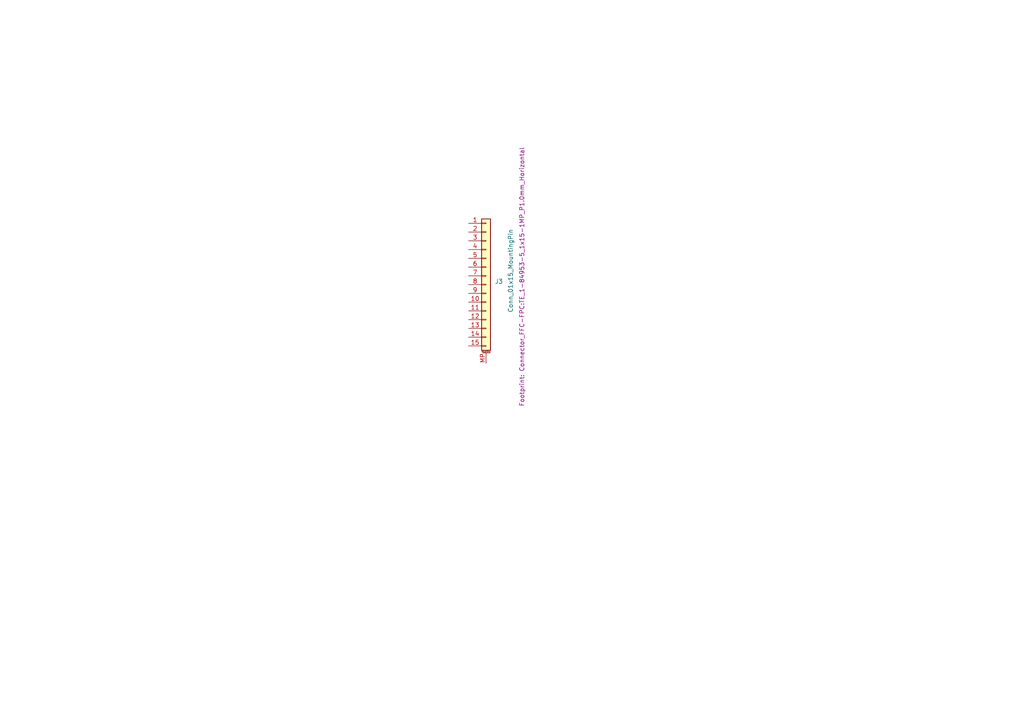
<source format=kicad_sch>
(kicad_sch
	(version 20231120)
	(generator "eeschema")
	(generator_version "8.0")
	(uuid "e0d8c9f5-81c3-45f1-84cb-14c09c4be06b")
	(paper "A4")
	(lib_symbols
		(symbol "Connector_Generic_MountingPin:Conn_01x15_MountingPin"
			(pin_names
				(offset 1.016) hide)
			(exclude_from_sim no)
			(in_bom yes)
			(on_board yes)
			(property "Reference" "J"
				(at 0 20.32 0)
				(effects
					(font
						(size 1.27 1.27)
					)
				)
			)
			(property "Value" "Conn_01x15_MountingPin"
				(at 1.27 -20.32 0)
				(effects
					(font
						(size 1.27 1.27)
					)
					(justify left)
				)
			)
			(property "Footprint" ""
				(at 0 0 0)
				(effects
					(font
						(size 1.27 1.27)
					)
					(hide yes)
				)
			)
			(property "Datasheet" "~"
				(at 0 0 0)
				(effects
					(font
						(size 1.27 1.27)
					)
					(hide yes)
				)
			)
			(property "Description" "Generic connectable mounting pin connector, single row, 01x15, script generated (kicad-library-utils/schlib/autogen/connector/)"
				(at 0 0 0)
				(effects
					(font
						(size 1.27 1.27)
					)
					(hide yes)
				)
			)
			(property "ki_keywords" "connector"
				(at 0 0 0)
				(effects
					(font
						(size 1.27 1.27)
					)
					(hide yes)
				)
			)
			(property "ki_fp_filters" "Connector*:*_1x??-1MP*"
				(at 0 0 0)
				(effects
					(font
						(size 1.27 1.27)
					)
					(hide yes)
				)
			)
			(symbol "Conn_01x15_MountingPin_1_1"
				(rectangle
					(start -1.27 -17.653)
					(end 0 -17.907)
					(stroke
						(width 0.1524)
						(type default)
					)
					(fill
						(type none)
					)
				)
				(rectangle
					(start -1.27 -15.113)
					(end 0 -15.367)
					(stroke
						(width 0.1524)
						(type default)
					)
					(fill
						(type none)
					)
				)
				(rectangle
					(start -1.27 -12.573)
					(end 0 -12.827)
					(stroke
						(width 0.1524)
						(type default)
					)
					(fill
						(type none)
					)
				)
				(rectangle
					(start -1.27 -10.033)
					(end 0 -10.287)
					(stroke
						(width 0.1524)
						(type default)
					)
					(fill
						(type none)
					)
				)
				(rectangle
					(start -1.27 -7.493)
					(end 0 -7.747)
					(stroke
						(width 0.1524)
						(type default)
					)
					(fill
						(type none)
					)
				)
				(rectangle
					(start -1.27 -4.953)
					(end 0 -5.207)
					(stroke
						(width 0.1524)
						(type default)
					)
					(fill
						(type none)
					)
				)
				(rectangle
					(start -1.27 -2.413)
					(end 0 -2.667)
					(stroke
						(width 0.1524)
						(type default)
					)
					(fill
						(type none)
					)
				)
				(rectangle
					(start -1.27 0.127)
					(end 0 -0.127)
					(stroke
						(width 0.1524)
						(type default)
					)
					(fill
						(type none)
					)
				)
				(rectangle
					(start -1.27 2.667)
					(end 0 2.413)
					(stroke
						(width 0.1524)
						(type default)
					)
					(fill
						(type none)
					)
				)
				(rectangle
					(start -1.27 5.207)
					(end 0 4.953)
					(stroke
						(width 0.1524)
						(type default)
					)
					(fill
						(type none)
					)
				)
				(rectangle
					(start -1.27 7.747)
					(end 0 7.493)
					(stroke
						(width 0.1524)
						(type default)
					)
					(fill
						(type none)
					)
				)
				(rectangle
					(start -1.27 10.287)
					(end 0 10.033)
					(stroke
						(width 0.1524)
						(type default)
					)
					(fill
						(type none)
					)
				)
				(rectangle
					(start -1.27 12.827)
					(end 0 12.573)
					(stroke
						(width 0.1524)
						(type default)
					)
					(fill
						(type none)
					)
				)
				(rectangle
					(start -1.27 15.367)
					(end 0 15.113)
					(stroke
						(width 0.1524)
						(type default)
					)
					(fill
						(type none)
					)
				)
				(rectangle
					(start -1.27 17.907)
					(end 0 17.653)
					(stroke
						(width 0.1524)
						(type default)
					)
					(fill
						(type none)
					)
				)
				(rectangle
					(start -1.27 19.05)
					(end 1.27 -19.05)
					(stroke
						(width 0.254)
						(type default)
					)
					(fill
						(type background)
					)
				)
				(polyline
					(pts
						(xy -1.016 -19.812) (xy 1.016 -19.812)
					)
					(stroke
						(width 0.1524)
						(type default)
					)
					(fill
						(type none)
					)
				)
				(text "Mounting"
					(at 0 -19.431 0)
					(effects
						(font
							(size 0.381 0.381)
						)
					)
				)
				(pin passive line
					(at -5.08 17.78 0)
					(length 3.81)
					(name "Pin_1"
						(effects
							(font
								(size 1.27 1.27)
							)
						)
					)
					(number "1"
						(effects
							(font
								(size 1.27 1.27)
							)
						)
					)
				)
				(pin passive line
					(at -5.08 -5.08 0)
					(length 3.81)
					(name "Pin_10"
						(effects
							(font
								(size 1.27 1.27)
							)
						)
					)
					(number "10"
						(effects
							(font
								(size 1.27 1.27)
							)
						)
					)
				)
				(pin passive line
					(at -5.08 -7.62 0)
					(length 3.81)
					(name "Pin_11"
						(effects
							(font
								(size 1.27 1.27)
							)
						)
					)
					(number "11"
						(effects
							(font
								(size 1.27 1.27)
							)
						)
					)
				)
				(pin passive line
					(at -5.08 -10.16 0)
					(length 3.81)
					(name "Pin_12"
						(effects
							(font
								(size 1.27 1.27)
							)
						)
					)
					(number "12"
						(effects
							(font
								(size 1.27 1.27)
							)
						)
					)
				)
				(pin passive line
					(at -5.08 -12.7 0)
					(length 3.81)
					(name "Pin_13"
						(effects
							(font
								(size 1.27 1.27)
							)
						)
					)
					(number "13"
						(effects
							(font
								(size 1.27 1.27)
							)
						)
					)
				)
				(pin passive line
					(at -5.08 -15.24 0)
					(length 3.81)
					(name "Pin_14"
						(effects
							(font
								(size 1.27 1.27)
							)
						)
					)
					(number "14"
						(effects
							(font
								(size 1.27 1.27)
							)
						)
					)
				)
				(pin passive line
					(at -5.08 -17.78 0)
					(length 3.81)
					(name "Pin_15"
						(effects
							(font
								(size 1.27 1.27)
							)
						)
					)
					(number "15"
						(effects
							(font
								(size 1.27 1.27)
							)
						)
					)
				)
				(pin passive line
					(at -5.08 15.24 0)
					(length 3.81)
					(name "Pin_2"
						(effects
							(font
								(size 1.27 1.27)
							)
						)
					)
					(number "2"
						(effects
							(font
								(size 1.27 1.27)
							)
						)
					)
				)
				(pin passive line
					(at -5.08 12.7 0)
					(length 3.81)
					(name "Pin_3"
						(effects
							(font
								(size 1.27 1.27)
							)
						)
					)
					(number "3"
						(effects
							(font
								(size 1.27 1.27)
							)
						)
					)
				)
				(pin passive line
					(at -5.08 10.16 0)
					(length 3.81)
					(name "Pin_4"
						(effects
							(font
								(size 1.27 1.27)
							)
						)
					)
					(number "4"
						(effects
							(font
								(size 1.27 1.27)
							)
						)
					)
				)
				(pin passive line
					(at -5.08 7.62 0)
					(length 3.81)
					(name "Pin_5"
						(effects
							(font
								(size 1.27 1.27)
							)
						)
					)
					(number "5"
						(effects
							(font
								(size 1.27 1.27)
							)
						)
					)
				)
				(pin passive line
					(at -5.08 5.08 0)
					(length 3.81)
					(name "Pin_6"
						(effects
							(font
								(size 1.27 1.27)
							)
						)
					)
					(number "6"
						(effects
							(font
								(size 1.27 1.27)
							)
						)
					)
				)
				(pin passive line
					(at -5.08 2.54 0)
					(length 3.81)
					(name "Pin_7"
						(effects
							(font
								(size 1.27 1.27)
							)
						)
					)
					(number "7"
						(effects
							(font
								(size 1.27 1.27)
							)
						)
					)
				)
				(pin passive line
					(at -5.08 0 0)
					(length 3.81)
					(name "Pin_8"
						(effects
							(font
								(size 1.27 1.27)
							)
						)
					)
					(number "8"
						(effects
							(font
								(size 1.27 1.27)
							)
						)
					)
				)
				(pin passive line
					(at -5.08 -2.54 0)
					(length 3.81)
					(name "Pin_9"
						(effects
							(font
								(size 1.27 1.27)
							)
						)
					)
					(number "9"
						(effects
							(font
								(size 1.27 1.27)
							)
						)
					)
				)
				(pin passive line
					(at 0 -22.86 90)
					(length 3.048)
					(name "MountPin"
						(effects
							(font
								(size 1.27 1.27)
							)
						)
					)
					(number "MP"
						(effects
							(font
								(size 1.27 1.27)
							)
						)
					)
				)
			)
		)
	)
	(symbol
		(lib_id "Connector_Generic_MountingPin:Conn_01x15_MountingPin")
		(at 140.97 82.55 0)
		(unit 1)
		(exclude_from_sim no)
		(in_bom yes)
		(on_board yes)
		(dnp no)
		(uuid "95534df3-7129-44ac-b949-15b017b49f95")
		(property "Reference" "J3"
			(at 143.51 81.6355 0)
			(effects
				(font
					(size 1.27 1.27)
				)
				(justify left)
			)
		)
		(property "Value" "Conn_01x15_MountingPin"
			(at 148.082 90.678 90)
			(effects
				(font
					(size 1.27 1.27)
				)
				(justify left)
			)
		)
		(property "Footprint" "Connector_FFC-FPC:TE_1-84953-5_1x15-1MP_P1.0mm_Horizontal"
			(at 151.384 80.264 90)
			(show_name yes)
			(effects
				(font
					(size 1.27 1.27)
				)
			)
		)
		(property "Datasheet" "~"
			(at 140.97 82.55 0)
			(effects
				(font
					(size 1.27 1.27)
				)
				(hide yes)
			)
		)
		(property "Description" "Generic connectable mounting pin connector, single row, 01x15, script generated (kicad-library-utils/schlib/autogen/connector/)"
			(at 140.97 82.55 0)
			(effects
				(font
					(size 1.27 1.27)
				)
				(hide yes)
			)
		)
		(pin "14"
			(uuid "117ff408-cfa9-44c2-99a3-b2bd52d0e823")
		)
		(pin "9"
			(uuid "7dfcba02-5230-45bb-953e-0f0c0f984190")
		)
		(pin "5"
			(uuid "baf570c2-234a-4ef9-a2c0-fc700317b4e5")
		)
		(pin "2"
			(uuid "c2996b11-6f9e-4a61-af9f-5d90732bafdd")
		)
		(pin "10"
			(uuid "3a084beb-8b44-4d34-ae31-d97df527762e")
		)
		(pin "13"
			(uuid "dfee699f-44d4-4de5-9d4b-f8b3ae5f75b8")
		)
		(pin "MP"
			(uuid "d5abf50a-19a9-4517-81b1-936e977bf2ef")
		)
		(pin "1"
			(uuid "8de3b470-6906-4c95-80fb-e4c602817456")
		)
		(pin "12"
			(uuid "14254982-811a-434e-bcce-84e5fffcad21")
		)
		(pin "11"
			(uuid "087aa699-9b2c-4a57-b3fd-d28909f52b31")
		)
		(pin "4"
			(uuid "ebf89d94-b189-4922-8697-bfd95e22b8e4")
		)
		(pin "6"
			(uuid "36a0581a-424b-41e7-b549-8d15278100b2")
		)
		(pin "8"
			(uuid "755ba0de-775c-4134-8c80-7393b434bb4c")
		)
		(pin "15"
			(uuid "936e4c61-be66-4f3b-897d-882b26e9e6b1")
		)
		(pin "7"
			(uuid "0f89ba4b-df24-4740-9719-78c6a8af9201")
		)
		(pin "3"
			(uuid "3cd14fa1-b504-4e18-b954-fd382e2028af")
		)
		(instances
			(project ""
				(path "/29514084-7d6b-4b2d-ae64-fedb5ed9fbb4/021f2e8e-c34e-4fef-9d73-883f2196d613"
					(reference "J3")
					(unit 1)
				)
			)
		)
	)
)

</source>
